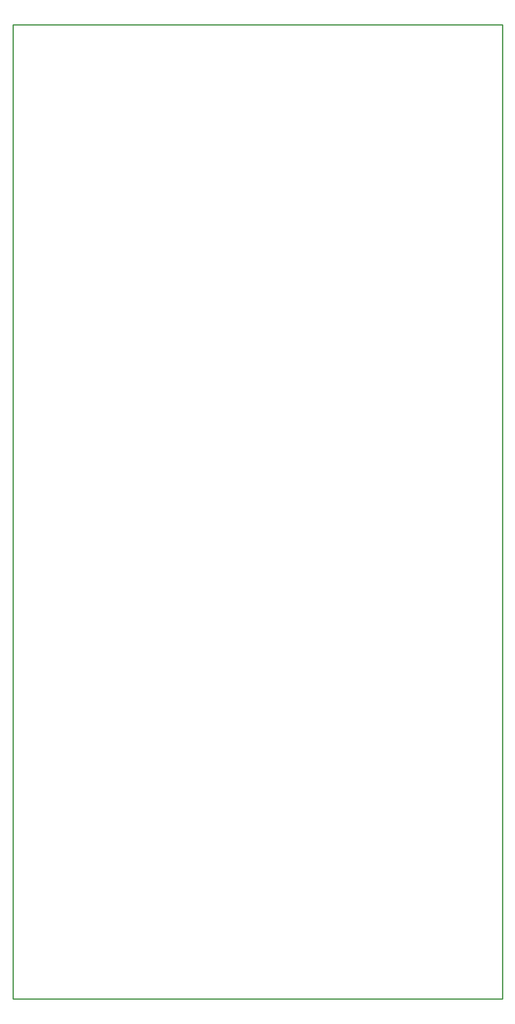
<source format=gko>
%FSLAX25Y25*%
%MOIN*%
G70*
G01*
G75*
G04 Layer_Color=16711935*
%ADD10R,0.09000X0.06500*%
%ADD11R,0.07000X0.08000*%
%ADD12R,0.05906X0.05118*%
%ADD13R,0.12500X0.06000*%
%ADD14R,0.06000X0.12500*%
%ADD15R,0.05600X0.03600*%
%ADD16R,0.06299X0.07087*%
%ADD17R,0.10630X0.07087*%
%ADD18R,0.04331X0.03937*%
%ADD19R,0.05118X0.05906*%
%ADD20C,0.05000*%
%ADD21R,0.07087X0.06299*%
%ADD22R,0.03937X0.04331*%
%ADD23R,0.06000X0.08500*%
%ADD24R,0.01181X0.05118*%
%ADD25R,0.07087X0.08661*%
%ADD26O,0.01181X0.07087*%
%ADD27O,0.07087X0.01181*%
%ADD28R,0.14500X0.05000*%
%ADD29R,0.10000X0.07000*%
%ADD30R,0.20000X0.07000*%
%ADD31R,0.06000X0.05500*%
%ADD32C,0.00800*%
%ADD33C,0.01000*%
%ADD34C,0.05000*%
%ADD35C,0.02000*%
%ADD36C,0.08000*%
%ADD37C,0.02500*%
%ADD38C,0.01200*%
%ADD39C,0.13000*%
%ADD40C,0.10000*%
%ADD41C,0.06000*%
G04:AMPARAMS|DCode=42|XSize=60mil|YSize=60mil|CornerRadius=15mil|HoleSize=0mil|Usage=FLASHONLY|Rotation=90.000|XOffset=0mil|YOffset=0mil|HoleType=Round|Shape=RoundedRectangle|*
%AMROUNDEDRECTD42*
21,1,0.06000,0.03000,0,0,90.0*
21,1,0.03000,0.06000,0,0,90.0*
1,1,0.03000,0.01500,0.01500*
1,1,0.03000,0.01500,-0.01500*
1,1,0.03000,-0.01500,-0.01500*
1,1,0.03000,-0.01500,0.01500*
%
%ADD42ROUNDEDRECTD42*%
%ADD43R,0.06200X0.06200*%
%ADD44C,0.06200*%
%ADD45O,0.06000X0.06400*%
%ADD46R,0.06000X0.06400*%
%ADD47O,0.10000X0.12000*%
%ADD48C,0.23400*%
%ADD49R,0.06200X0.06200*%
%ADD50C,0.10000*%
%ADD51C,0.07500*%
G04:AMPARAMS|DCode=52|XSize=50mil|YSize=50mil|CornerRadius=12.5mil|HoleSize=0mil|Usage=FLASHONLY|Rotation=180.000|XOffset=0mil|YOffset=0mil|HoleType=Round|Shape=RoundedRectangle|*
%AMROUNDEDRECTD52*
21,1,0.05000,0.02500,0,0,180.0*
21,1,0.02500,0.05000,0,0,180.0*
1,1,0.02500,-0.01250,0.01250*
1,1,0.02500,0.01250,0.01250*
1,1,0.02500,0.01250,-0.01250*
1,1,0.02500,-0.01250,-0.01250*
%
%ADD52ROUNDEDRECTD52*%
%ADD53C,0.05500*%
G04:AMPARAMS|DCode=54|XSize=55mil|YSize=55mil|CornerRadius=13.75mil|HoleSize=0mil|Usage=FLASHONLY|Rotation=180.000|XOffset=0mil|YOffset=0mil|HoleType=Round|Shape=RoundedRectangle|*
%AMROUNDEDRECTD54*
21,1,0.05500,0.02750,0,0,180.0*
21,1,0.02750,0.05500,0,0,180.0*
1,1,0.02750,-0.01375,0.01375*
1,1,0.02750,0.01375,0.01375*
1,1,0.02750,0.01375,-0.01375*
1,1,0.02750,-0.01375,-0.01375*
%
%ADD54ROUNDEDRECTD54*%
%ADD55C,0.03000*%
%ADD56C,0.08000*%
%ADD57R,0.09000X0.10000*%
%ADD58R,0.06000X0.02500*%
%ADD59R,0.02500X0.06000*%
%ADD60R,0.11800X0.06300*%
%ADD61R,0.25590X0.23622*%
%ADD62C,0.03000*%
%ADD63C,0.02362*%
%ADD64C,0.00984*%
%ADD65C,0.00500*%
%ADD66C,0.01500*%
%ADD67C,0.00699*%
%ADD68C,0.00787*%
%ADD69C,0.01600*%
%ADD70R,0.19000X0.55500*%
%ADD71R,0.06000X0.06000*%
%ADD72P,0.09051X4X180.0*%
%ADD73O,0.10200X0.12200*%
%ADD74P,0.09051X4X90.0*%
%ADD75C,0.05106*%
G04:AMPARAMS|DCode=76|XSize=51.06mil|YSize=51.06mil|CornerRadius=12.77mil|HoleSize=0mil|Usage=FLASHONLY|Rotation=0.000|XOffset=0mil|YOffset=0mil|HoleType=Round|Shape=RoundedRectangle|*
%AMROUNDEDRECTD76*
21,1,0.05106,0.02553,0,0,0.0*
21,1,0.02553,0.05106,0,0,0.0*
1,1,0.02553,0.01277,-0.01277*
1,1,0.02553,-0.01277,-0.01277*
1,1,0.02553,-0.01277,0.01277*
1,1,0.02553,0.01277,0.01277*
%
%ADD76ROUNDEDRECTD76*%
%ADD77R,0.06890X0.08465*%
%ADD78R,0.09800X0.07300*%
%ADD79R,0.07800X0.08800*%
%ADD80R,0.06706X0.05918*%
%ADD81R,0.13300X0.06800*%
%ADD82R,0.06800X0.13300*%
%ADD83R,0.06400X0.04400*%
%ADD84R,0.07099X0.07887*%
%ADD85R,0.11430X0.07887*%
%ADD86R,0.05131X0.04737*%
%ADD87R,0.05918X0.06706*%
%ADD88R,0.07887X0.07099*%
%ADD89R,0.04737X0.05131*%
%ADD90R,0.06800X0.09300*%
%ADD91R,0.01481X0.05418*%
%ADD92R,0.07874X0.09449*%
%ADD93O,0.01481X0.07387*%
%ADD94O,0.07387X0.01481*%
%ADD95R,0.15300X0.05800*%
%ADD96R,0.10800X0.07800*%
%ADD97R,0.20800X0.07800*%
%ADD98R,0.06800X0.06300*%
%ADD99C,0.06800*%
G04:AMPARAMS|DCode=100|XSize=68mil|YSize=68mil|CornerRadius=19mil|HoleSize=0mil|Usage=FLASHONLY|Rotation=90.000|XOffset=0mil|YOffset=0mil|HoleType=Round|Shape=RoundedRectangle|*
%AMROUNDEDRECTD100*
21,1,0.06800,0.03000,0,0,90.0*
21,1,0.03000,0.06800,0,0,90.0*
1,1,0.03800,0.01500,0.01500*
1,1,0.03800,0.01500,-0.01500*
1,1,0.03800,-0.01500,-0.01500*
1,1,0.03800,-0.01500,0.01500*
%
%ADD100ROUNDEDRECTD100*%
%ADD101R,0.07000X0.07000*%
%ADD102C,0.07000*%
%ADD103O,0.06800X0.07200*%
%ADD104R,0.06800X0.07200*%
%ADD105O,0.10800X0.12800*%
%ADD106C,0.24200*%
%ADD107R,0.07000X0.07000*%
%ADD108C,0.10800*%
%ADD109C,0.08300*%
%ADD110C,0.05800*%
G04:AMPARAMS|DCode=111|XSize=58mil|YSize=58mil|CornerRadius=16.5mil|HoleSize=0mil|Usage=FLASHONLY|Rotation=180.000|XOffset=0mil|YOffset=0mil|HoleType=Round|Shape=RoundedRectangle|*
%AMROUNDEDRECTD111*
21,1,0.05800,0.02500,0,0,180.0*
21,1,0.02500,0.05800,0,0,180.0*
1,1,0.03300,-0.01250,0.01250*
1,1,0.03300,0.01250,0.01250*
1,1,0.03300,0.01250,-0.01250*
1,1,0.03300,-0.01250,-0.01250*
%
%ADD111ROUNDEDRECTD111*%
%ADD112C,0.06300*%
G04:AMPARAMS|DCode=113|XSize=63mil|YSize=63mil|CornerRadius=17.75mil|HoleSize=0mil|Usage=FLASHONLY|Rotation=180.000|XOffset=0mil|YOffset=0mil|HoleType=Round|Shape=RoundedRectangle|*
%AMROUNDEDRECTD113*
21,1,0.06300,0.02750,0,0,180.0*
21,1,0.02750,0.06300,0,0,180.0*
1,1,0.03550,-0.01375,0.01375*
1,1,0.03550,0.01375,0.01375*
1,1,0.03550,0.01375,-0.01375*
1,1,0.03550,-0.01375,-0.01375*
%
%ADD113ROUNDEDRECTD113*%
%ADD114R,0.09800X0.10800*%
%ADD115R,0.06800X0.03300*%
%ADD116R,0.03300X0.06800*%
%ADD117R,0.12600X0.07100*%
%ADD118R,0.26391X0.24422*%
G54D33*
X-10000Y-10000D02*
X380000D01*
X-10000Y765000D02*
X380000D01*
X-10000Y-10000D02*
Y765000D01*
X380000Y-10000D02*
Y765000D01*
M02*

</source>
